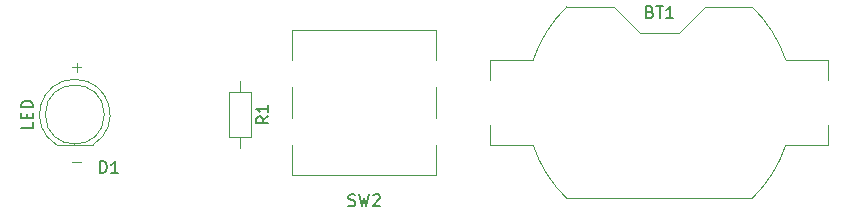
<source format=gto>
%TF.GenerationSoftware,KiCad,Pcbnew,9.0.5*%
%TF.CreationDate,2025-11-23T04:20:17+05:30*%
%TF.ProjectId,led light,6c656420-6c69-4676-9874-2e6b69636164,1*%
%TF.SameCoordinates,Original*%
%TF.FileFunction,Legend,Top*%
%TF.FilePolarity,Positive*%
%FSLAX46Y46*%
G04 Gerber Fmt 4.6, Leading zero omitted, Abs format (unit mm)*
G04 Created by KiCad (PCBNEW 9.0.5) date 2025-11-23 04:20:17*
%MOMM*%
%LPD*%
G01*
G04 APERTURE LIST*
%ADD10C,0.100000*%
%ADD11C,0.150000*%
%ADD12C,0.120000*%
G04 APERTURE END LIST*
D10*
X119803884Y-98991466D02*
X120565789Y-98991466D01*
X120184836Y-99372419D02*
X120184836Y-98610514D01*
X119803884Y-106991466D02*
X120565789Y-106991466D01*
D11*
X136374819Y-103166666D02*
X135898628Y-103499999D01*
X136374819Y-103738094D02*
X135374819Y-103738094D01*
X135374819Y-103738094D02*
X135374819Y-103357142D01*
X135374819Y-103357142D02*
X135422438Y-103261904D01*
X135422438Y-103261904D02*
X135470057Y-103214285D01*
X135470057Y-103214285D02*
X135565295Y-103166666D01*
X135565295Y-103166666D02*
X135708152Y-103166666D01*
X135708152Y-103166666D02*
X135803390Y-103214285D01*
X135803390Y-103214285D02*
X135851009Y-103261904D01*
X135851009Y-103261904D02*
X135898628Y-103357142D01*
X135898628Y-103357142D02*
X135898628Y-103738094D01*
X136374819Y-102214285D02*
X136374819Y-102785713D01*
X136374819Y-102499999D02*
X135374819Y-102499999D01*
X135374819Y-102499999D02*
X135517676Y-102595237D01*
X135517676Y-102595237D02*
X135612914Y-102690475D01*
X135612914Y-102690475D02*
X135660533Y-102785713D01*
X143166667Y-110707200D02*
X143309524Y-110754819D01*
X143309524Y-110754819D02*
X143547619Y-110754819D01*
X143547619Y-110754819D02*
X143642857Y-110707200D01*
X143642857Y-110707200D02*
X143690476Y-110659580D01*
X143690476Y-110659580D02*
X143738095Y-110564342D01*
X143738095Y-110564342D02*
X143738095Y-110469104D01*
X143738095Y-110469104D02*
X143690476Y-110373866D01*
X143690476Y-110373866D02*
X143642857Y-110326247D01*
X143642857Y-110326247D02*
X143547619Y-110278628D01*
X143547619Y-110278628D02*
X143357143Y-110231009D01*
X143357143Y-110231009D02*
X143261905Y-110183390D01*
X143261905Y-110183390D02*
X143214286Y-110135771D01*
X143214286Y-110135771D02*
X143166667Y-110040533D01*
X143166667Y-110040533D02*
X143166667Y-109945295D01*
X143166667Y-109945295D02*
X143214286Y-109850057D01*
X143214286Y-109850057D02*
X143261905Y-109802438D01*
X143261905Y-109802438D02*
X143357143Y-109754819D01*
X143357143Y-109754819D02*
X143595238Y-109754819D01*
X143595238Y-109754819D02*
X143738095Y-109802438D01*
X144071429Y-109754819D02*
X144309524Y-110754819D01*
X144309524Y-110754819D02*
X144500000Y-110040533D01*
X144500000Y-110040533D02*
X144690476Y-110754819D01*
X144690476Y-110754819D02*
X144928572Y-109754819D01*
X145261905Y-109850057D02*
X145309524Y-109802438D01*
X145309524Y-109802438D02*
X145404762Y-109754819D01*
X145404762Y-109754819D02*
X145642857Y-109754819D01*
X145642857Y-109754819D02*
X145738095Y-109802438D01*
X145738095Y-109802438D02*
X145785714Y-109850057D01*
X145785714Y-109850057D02*
X145833333Y-109945295D01*
X145833333Y-109945295D02*
X145833333Y-110040533D01*
X145833333Y-110040533D02*
X145785714Y-110183390D01*
X145785714Y-110183390D02*
X145214286Y-110754819D01*
X145214286Y-110754819D02*
X145833333Y-110754819D01*
X122142400Y-107954819D02*
X122142400Y-106954819D01*
X122142400Y-106954819D02*
X122380495Y-106954819D01*
X122380495Y-106954819D02*
X122523352Y-107002438D01*
X122523352Y-107002438D02*
X122618590Y-107097676D01*
X122618590Y-107097676D02*
X122666209Y-107192914D01*
X122666209Y-107192914D02*
X122713828Y-107383390D01*
X122713828Y-107383390D02*
X122713828Y-107526247D01*
X122713828Y-107526247D02*
X122666209Y-107716723D01*
X122666209Y-107716723D02*
X122618590Y-107811961D01*
X122618590Y-107811961D02*
X122523352Y-107907200D01*
X122523352Y-107907200D02*
X122380495Y-107954819D01*
X122380495Y-107954819D02*
X122142400Y-107954819D01*
X123666209Y-107954819D02*
X123094781Y-107954819D01*
X123380495Y-107954819D02*
X123380495Y-106954819D01*
X123380495Y-106954819D02*
X123285257Y-107097676D01*
X123285257Y-107097676D02*
X123190019Y-107192914D01*
X123190019Y-107192914D02*
X123094781Y-107240533D01*
X116454819Y-103642857D02*
X116454819Y-104119047D01*
X116454819Y-104119047D02*
X115454819Y-104119047D01*
X115931009Y-103309523D02*
X115931009Y-102976190D01*
X116454819Y-102833333D02*
X116454819Y-103309523D01*
X116454819Y-103309523D02*
X115454819Y-103309523D01*
X115454819Y-103309523D02*
X115454819Y-102833333D01*
X116454819Y-102404761D02*
X115454819Y-102404761D01*
X115454819Y-102404761D02*
X115454819Y-102166666D01*
X115454819Y-102166666D02*
X115502438Y-102023809D01*
X115502438Y-102023809D02*
X115597676Y-101928571D01*
X115597676Y-101928571D02*
X115692914Y-101880952D01*
X115692914Y-101880952D02*
X115883390Y-101833333D01*
X115883390Y-101833333D02*
X116026247Y-101833333D01*
X116026247Y-101833333D02*
X116216723Y-101880952D01*
X116216723Y-101880952D02*
X116311961Y-101928571D01*
X116311961Y-101928571D02*
X116407200Y-102023809D01*
X116407200Y-102023809D02*
X116454819Y-102166666D01*
X116454819Y-102166666D02*
X116454819Y-102404761D01*
X168714285Y-94311009D02*
X168857142Y-94358628D01*
X168857142Y-94358628D02*
X168904761Y-94406247D01*
X168904761Y-94406247D02*
X168952380Y-94501485D01*
X168952380Y-94501485D02*
X168952380Y-94644342D01*
X168952380Y-94644342D02*
X168904761Y-94739580D01*
X168904761Y-94739580D02*
X168857142Y-94787200D01*
X168857142Y-94787200D02*
X168761904Y-94834819D01*
X168761904Y-94834819D02*
X168380952Y-94834819D01*
X168380952Y-94834819D02*
X168380952Y-93834819D01*
X168380952Y-93834819D02*
X168714285Y-93834819D01*
X168714285Y-93834819D02*
X168809523Y-93882438D01*
X168809523Y-93882438D02*
X168857142Y-93930057D01*
X168857142Y-93930057D02*
X168904761Y-94025295D01*
X168904761Y-94025295D02*
X168904761Y-94120533D01*
X168904761Y-94120533D02*
X168857142Y-94215771D01*
X168857142Y-94215771D02*
X168809523Y-94263390D01*
X168809523Y-94263390D02*
X168714285Y-94311009D01*
X168714285Y-94311009D02*
X168380952Y-94311009D01*
X169238095Y-93834819D02*
X169809523Y-93834819D01*
X169523809Y-94834819D02*
X169523809Y-93834819D01*
X170666666Y-94834819D02*
X170095238Y-94834819D01*
X170380952Y-94834819D02*
X170380952Y-93834819D01*
X170380952Y-93834819D02*
X170285714Y-93977676D01*
X170285714Y-93977676D02*
X170190476Y-94072914D01*
X170190476Y-94072914D02*
X170095238Y-94120533D01*
D12*
%TO.C,R1*%
X134000000Y-100130000D02*
X134000000Y-101080000D01*
X134000000Y-105870000D02*
X134000000Y-104920000D01*
X134920000Y-101080000D02*
X133080000Y-101080000D01*
X133080000Y-104920000D01*
X134920000Y-104920000D01*
X134920000Y-101080000D01*
%TO.C,SW2*%
X150610000Y-108110000D02*
X150610000Y-105600000D01*
X150610000Y-108110000D02*
X138390000Y-108110000D01*
X150610000Y-103300000D02*
X150610000Y-100700000D01*
X150610000Y-98400000D02*
X150610000Y-95890000D01*
X138390000Y-108110000D02*
X138390000Y-105600000D01*
X138390000Y-103300000D02*
X138390000Y-100700000D01*
X138390000Y-98400000D02*
X138390000Y-95890000D01*
X138390000Y-95890000D02*
X150610000Y-95890000D01*
%TO.C,D1*%
X122500000Y-103005000D02*
G75*
G02*
X117500000Y-103005000I-2500000J0D01*
G01*
X117500000Y-103005000D02*
G75*
G02*
X122500000Y-103005000I2500000J0D01*
G01*
X120000000Y-100015000D02*
G75*
G02*
X121544830Y-105565000I0J-2990000D01*
G01*
X118455170Y-105565000D02*
G75*
G02*
X120000000Y-100015000I1544830J2560000D01*
G01*
X118455000Y-105565000D02*
X121545000Y-105565000D01*
%TO.C,BT1*%
X158808000Y-98390000D02*
G75*
G02*
X161654629Y-93888211I10692020J-3610012D01*
G01*
X161654629Y-110111789D02*
G75*
G02*
X158808000Y-105610000I7845371J8111789D01*
G01*
X177345371Y-93888211D02*
G75*
G02*
X180192000Y-98390000I-7845366J-8111785D01*
G01*
X180192000Y-105610000D02*
G75*
G02*
X177345372Y-110111790I-10692020J3610010D01*
G01*
X155190000Y-98390000D02*
X158808000Y-98390000D01*
X155190000Y-100100000D02*
X155190000Y-98390000D01*
X155190000Y-103900000D02*
X155190000Y-105610000D01*
X158808000Y-105610000D02*
X155190000Y-105610000D01*
X161652700Y-93890000D02*
X165640000Y-93890000D01*
X167840000Y-96090000D02*
X165640000Y-93890000D01*
X167840000Y-96090000D02*
X171160000Y-96090000D01*
X171160000Y-96090000D02*
X173360000Y-93890000D01*
X173360000Y-93890000D02*
X177347300Y-93890000D01*
X177347300Y-110110000D02*
X161652700Y-110110000D01*
X180192000Y-98390000D02*
X183810000Y-98390000D01*
X183810000Y-100100000D02*
X183810000Y-98390000D01*
X183810000Y-103900000D02*
X183810000Y-105610000D01*
X183810000Y-105610000D02*
X180192000Y-105610000D01*
%TD*%
M02*

</source>
